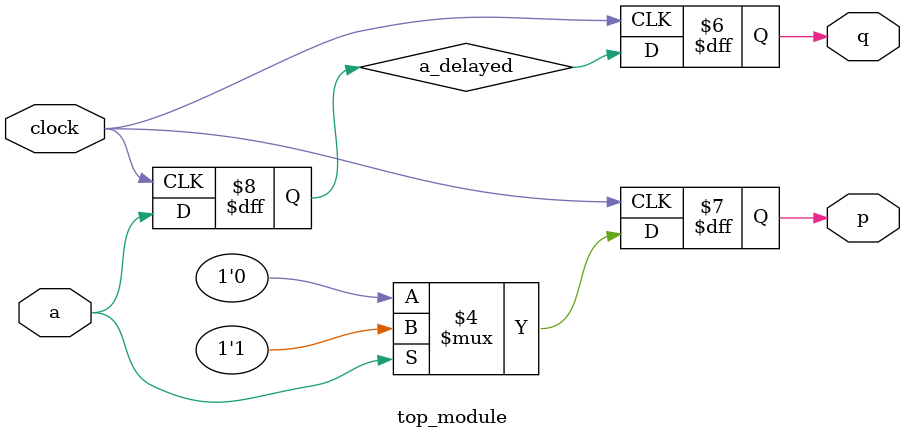
<source format=sv>
module top_module (
    input clock,
    input a, 
    output reg p,
    output reg q
);

    reg a_delayed;

    always @(posedge clock) begin
        if (a) begin
            p <= 1;
        end else begin
            p <= 0;
        end
        a_delayed <= a;
    end

    always @(negedge clock) begin
        q <= a_delayed;
    end

endmodule

</source>
